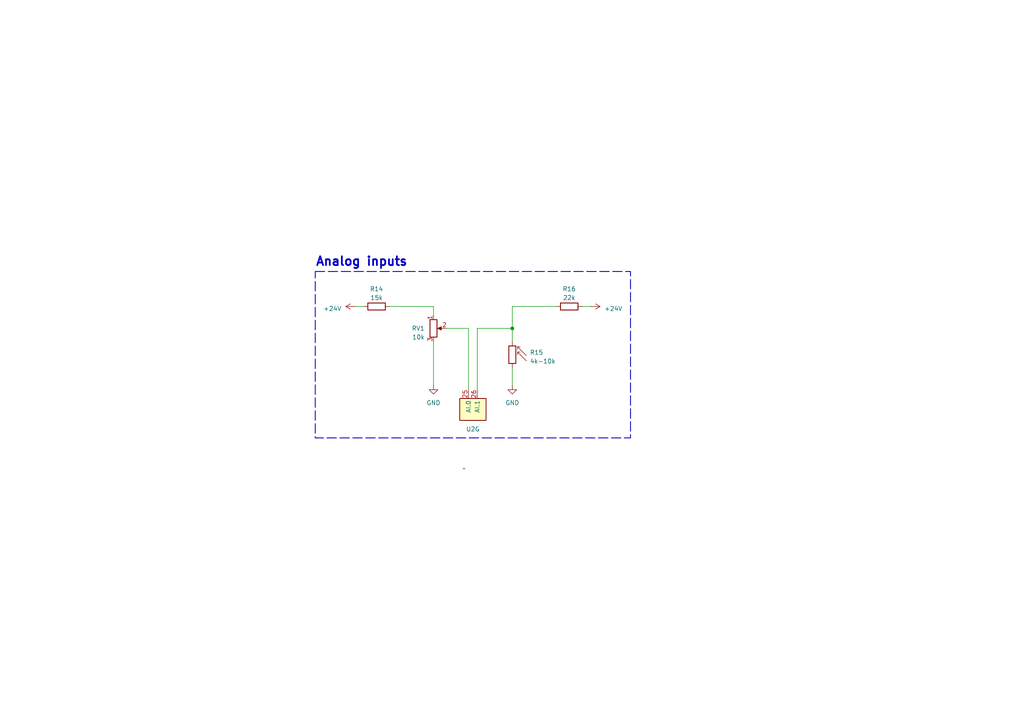
<source format=kicad_sch>
(kicad_sch
	(version 20231120)
	(generator "eeschema")
	(generator_version "8.0")
	(uuid "d37f93c2-2728-448f-8f70-de1d87ab4b93")
	(paper "A4")
	(title_block
		(title "PLC Shield")
		(date "2023-12-25")
		(rev "1")
	)
	(lib_symbols
		(symbol "Device:R"
			(pin_numbers hide)
			(pin_names
				(offset 0)
			)
			(exclude_from_sim no)
			(in_bom yes)
			(on_board yes)
			(property "Reference" "R"
				(at 2.032 0 90)
				(effects
					(font
						(size 1.27 1.27)
					)
				)
			)
			(property "Value" "R"
				(at 0 0 90)
				(effects
					(font
						(size 1.27 1.27)
					)
				)
			)
			(property "Footprint" ""
				(at -1.778 0 90)
				(effects
					(font
						(size 1.27 1.27)
					)
					(hide yes)
				)
			)
			(property "Datasheet" "~"
				(at 0 0 0)
				(effects
					(font
						(size 1.27 1.27)
					)
					(hide yes)
				)
			)
			(property "Description" "Resistor"
				(at 0 0 0)
				(effects
					(font
						(size 1.27 1.27)
					)
					(hide yes)
				)
			)
			(property "ki_keywords" "R res resistor"
				(at 0 0 0)
				(effects
					(font
						(size 1.27 1.27)
					)
					(hide yes)
				)
			)
			(property "ki_fp_filters" "R_*"
				(at 0 0 0)
				(effects
					(font
						(size 1.27 1.27)
					)
					(hide yes)
				)
			)
			(symbol "R_0_1"
				(rectangle
					(start -1.016 -2.54)
					(end 1.016 2.54)
					(stroke
						(width 0.254)
						(type default)
					)
					(fill
						(type none)
					)
				)
			)
			(symbol "R_1_1"
				(pin passive line
					(at 0 3.81 270)
					(length 1.27)
					(name "~"
						(effects
							(font
								(size 1.27 1.27)
							)
						)
					)
					(number "1"
						(effects
							(font
								(size 1.27 1.27)
							)
						)
					)
				)
				(pin passive line
					(at 0 -3.81 90)
					(length 1.27)
					(name "~"
						(effects
							(font
								(size 1.27 1.27)
							)
						)
					)
					(number "2"
						(effects
							(font
								(size 1.27 1.27)
							)
						)
					)
				)
			)
		)
		(symbol "Device:R_Photo"
			(pin_numbers hide)
			(pin_names
				(offset 0)
			)
			(exclude_from_sim no)
			(in_bom yes)
			(on_board yes)
			(property "Reference" "R"
				(at 1.27 1.27 0)
				(effects
					(font
						(size 1.27 1.27)
					)
					(justify left)
				)
			)
			(property "Value" "R_Photo"
				(at 1.27 0 0)
				(effects
					(font
						(size 1.27 1.27)
					)
					(justify left top)
				)
			)
			(property "Footprint" ""
				(at 1.27 -6.35 90)
				(effects
					(font
						(size 1.27 1.27)
					)
					(justify left)
					(hide yes)
				)
			)
			(property "Datasheet" "~"
				(at 0 -1.27 0)
				(effects
					(font
						(size 1.27 1.27)
					)
					(hide yes)
				)
			)
			(property "Description" "Photoresistor"
				(at 0 0 0)
				(effects
					(font
						(size 1.27 1.27)
					)
					(hide yes)
				)
			)
			(property "ki_keywords" "resistor variable light sensitive opto LDR"
				(at 0 0 0)
				(effects
					(font
						(size 1.27 1.27)
					)
					(hide yes)
				)
			)
			(property "ki_fp_filters" "*LDR* R?LDR*"
				(at 0 0 0)
				(effects
					(font
						(size 1.27 1.27)
					)
					(hide yes)
				)
			)
			(symbol "R_Photo_0_1"
				(rectangle
					(start -1.016 2.54)
					(end 1.016 -2.54)
					(stroke
						(width 0.254)
						(type default)
					)
					(fill
						(type none)
					)
				)
				(polyline
					(pts
						(xy -1.524 -2.286) (xy -4.064 0.254)
					)
					(stroke
						(width 0)
						(type default)
					)
					(fill
						(type none)
					)
				)
				(polyline
					(pts
						(xy -1.524 -2.286) (xy -2.286 -2.286)
					)
					(stroke
						(width 0)
						(type default)
					)
					(fill
						(type none)
					)
				)
				(polyline
					(pts
						(xy -1.524 -2.286) (xy -1.524 -1.524)
					)
					(stroke
						(width 0)
						(type default)
					)
					(fill
						(type none)
					)
				)
				(polyline
					(pts
						(xy -1.524 -0.762) (xy -4.064 1.778)
					)
					(stroke
						(width 0)
						(type default)
					)
					(fill
						(type none)
					)
				)
				(polyline
					(pts
						(xy -1.524 -0.762) (xy -2.286 -0.762)
					)
					(stroke
						(width 0)
						(type default)
					)
					(fill
						(type none)
					)
				)
				(polyline
					(pts
						(xy -1.524 -0.762) (xy -1.524 0)
					)
					(stroke
						(width 0)
						(type default)
					)
					(fill
						(type none)
					)
				)
			)
			(symbol "R_Photo_1_1"
				(pin passive line
					(at 0 3.81 270)
					(length 1.27)
					(name "~"
						(effects
							(font
								(size 1.27 1.27)
							)
						)
					)
					(number "1"
						(effects
							(font
								(size 1.27 1.27)
							)
						)
					)
				)
				(pin passive line
					(at 0 -3.81 90)
					(length 1.27)
					(name "~"
						(effects
							(font
								(size 1.27 1.27)
							)
						)
					)
					(number "2"
						(effects
							(font
								(size 1.27 1.27)
							)
						)
					)
				)
			)
		)
		(symbol "Device:R_Potentiometer"
			(pin_names
				(offset 1.016) hide)
			(exclude_from_sim no)
			(in_bom yes)
			(on_board yes)
			(property "Reference" "RV"
				(at -4.445 0 90)
				(effects
					(font
						(size 1.27 1.27)
					)
				)
			)
			(property "Value" "R_Potentiometer"
				(at -2.54 0 90)
				(effects
					(font
						(size 1.27 1.27)
					)
				)
			)
			(property "Footprint" ""
				(at 0 0 0)
				(effects
					(font
						(size 1.27 1.27)
					)
					(hide yes)
				)
			)
			(property "Datasheet" "~"
				(at 0 0 0)
				(effects
					(font
						(size 1.27 1.27)
					)
					(hide yes)
				)
			)
			(property "Description" "Potentiometer"
				(at 0 0 0)
				(effects
					(font
						(size 1.27 1.27)
					)
					(hide yes)
				)
			)
			(property "ki_keywords" "resistor variable"
				(at 0 0 0)
				(effects
					(font
						(size 1.27 1.27)
					)
					(hide yes)
				)
			)
			(property "ki_fp_filters" "Potentiometer*"
				(at 0 0 0)
				(effects
					(font
						(size 1.27 1.27)
					)
					(hide yes)
				)
			)
			(symbol "R_Potentiometer_0_1"
				(polyline
					(pts
						(xy 2.54 0) (xy 1.524 0)
					)
					(stroke
						(width 0)
						(type default)
					)
					(fill
						(type none)
					)
				)
				(polyline
					(pts
						(xy 1.143 0) (xy 2.286 0.508) (xy 2.286 -0.508) (xy 1.143 0)
					)
					(stroke
						(width 0)
						(type default)
					)
					(fill
						(type outline)
					)
				)
				(rectangle
					(start 1.016 2.54)
					(end -1.016 -2.54)
					(stroke
						(width 0.254)
						(type default)
					)
					(fill
						(type none)
					)
				)
			)
			(symbol "R_Potentiometer_1_1"
				(pin passive line
					(at 0 3.81 270)
					(length 1.27)
					(name "1"
						(effects
							(font
								(size 1.27 1.27)
							)
						)
					)
					(number "1"
						(effects
							(font
								(size 1.27 1.27)
							)
						)
					)
				)
				(pin passive line
					(at 3.81 0 180)
					(length 1.27)
					(name "2"
						(effects
							(font
								(size 1.27 1.27)
							)
						)
					)
					(number "2"
						(effects
							(font
								(size 1.27 1.27)
							)
						)
					)
				)
				(pin passive line
					(at 0 -3.81 90)
					(length 1.27)
					(name "3"
						(effects
							(font
								(size 1.27 1.27)
							)
						)
					)
					(number "3"
						(effects
							(font
								(size 1.27 1.27)
							)
						)
					)
				)
			)
		)
		(symbol "PLC-1200:S7-1200"
			(exclude_from_sim no)
			(in_bom yes)
			(on_board yes)
			(property "Reference" "U"
				(at 11.43 0 0)
				(effects
					(font
						(size 1.27 1.27)
					)
				)
			)
			(property "Value" ""
				(at 3.81 -1.905 90)
				(effects
					(font
						(size 1.27 1.27)
					)
				)
			)
			(property "Footprint" ""
				(at 3.81 -1.905 90)
				(effects
					(font
						(size 1.27 1.27)
					)
					(hide yes)
				)
			)
			(property "Datasheet" ""
				(at 3.81 -1.905 90)
				(effects
					(font
						(size 1.27 1.27)
					)
					(hide yes)
				)
			)
			(property "Description" ""
				(at 0 0 0)
				(effects
					(font
						(size 1.27 1.27)
					)
					(hide yes)
				)
			)
			(property "ki_locked" ""
				(at 0 0 0)
				(effects
					(font
						(size 1.27 1.27)
					)
				)
			)
			(symbol "S7-1200_1_1"
				(rectangle
					(start -5.08 5.08)
					(end 5.08 -5.08)
					(stroke
						(width 0.254)
						(type default)
					)
					(fill
						(type background)
					)
				)
				(polyline
					(pts
						(xy -4.318 -1.778) (xy -2.794 -1.778)
					)
					(stroke
						(width 0)
						(type default)
					)
					(fill
						(type none)
					)
				)
				(polyline
					(pts
						(xy -4.064 -2.032) (xy -3.048 -2.032)
					)
					(stroke
						(width 0)
						(type default)
					)
					(fill
						(type none)
					)
				)
				(polyline
					(pts
						(xy -3.81 -2.286) (xy -3.302 -2.286)
					)
					(stroke
						(width 0)
						(type default)
					)
					(fill
						(type none)
					)
				)
				(polyline
					(pts
						(xy -3.556 -1.27) (xy -3.556 -1.778)
					)
					(stroke
						(width 0)
						(type default)
					)
					(fill
						(type none)
					)
				)
				(text "IN"
					(at 0 -0.635 900)
					(effects
						(font
							(size 1.27 1.27)
						)
					)
				)
				(text "OUT"
					(at 2.54 -0.635 900)
					(effects
						(font
							(size 1.27 1.27)
						)
					)
				)
				(pin power_in line
					(at 0 7.62 270)
					(length 2.54)
					(name "L+"
						(effects
							(font
								(size 1.27 1.27)
							)
						)
					)
					(number "1"
						(effects
							(font
								(size 1.27 1.27)
							)
						)
					)
				)
				(pin power_in line
					(at 0 -7.62 90)
					(length 2.54)
					(name "M"
						(effects
							(font
								(size 1.27 1.27)
							)
						)
					)
					(number "2"
						(effects
							(font
								(size 1.27 1.27)
							)
						)
					)
				)
				(pin power_in line
					(at -7.62 0 0)
					(length 2.54)
					(name "PE"
						(effects
							(font
								(size 1.27 1.27)
							)
						)
					)
					(number "3"
						(effects
							(font
								(size 1.27 1.27)
							)
						)
					)
				)
				(pin power_out line
					(at 2.54 7.62 270)
					(length 2.54)
					(name "L+"
						(effects
							(font
								(size 1.27 1.27)
							)
						)
					)
					(number "4"
						(effects
							(font
								(size 1.27 1.27)
							)
						)
					)
				)
				(pin power_out line
					(at 2.54 -7.62 90)
					(length 2.54)
					(name "M"
						(effects
							(font
								(size 1.27 1.27)
							)
						)
					)
					(number "5"
						(effects
							(font
								(size 1.27 1.27)
							)
						)
					)
				)
			)
			(symbol "S7-1200_2_1"
				(rectangle
					(start -5.08 6.35)
					(end 6.35 -6.35)
					(stroke
						(width 0.254)
						(type default)
					)
					(fill
						(type background)
					)
				)
				(text "AI"
					(at 0 -1.27 0)
					(effects
						(font
							(size 1.27 1.27)
						)
					)
				)
				(text "AQ"
					(at 0 1.27 0)
					(effects
						(font
							(size 1.27 1.27)
						)
					)
				)
				(text "DI"
					(at 0 3.81 0)
					(effects
						(font
							(size 1.27 1.27)
						)
					)
				)
				(text "DQ"
					(at 0 -3.81 0)
					(effects
						(font
							(size 1.27 1.27)
						)
					)
				)
				(pin power_in line
					(at -7.62 1.27 0)
					(length 2.54)
					(name "2M"
						(effects
							(font
								(size 1.27 1.27)
							)
						)
					)
					(number "21"
						(effects
							(font
								(size 1.27 1.27)
							)
						)
					)
				)
				(pin power_in line
					(at -7.62 -1.27 0)
					(length 2.54)
					(name "3M"
						(effects
							(font
								(size 1.27 1.27)
							)
						)
					)
					(number "24"
						(effects
							(font
								(size 1.27 1.27)
							)
						)
					)
				)
				(pin power_in line
					(at -7.62 -3.81 0)
					(length 2.54)
					(name "4M"
						(effects
							(font
								(size 1.27 1.27)
							)
						)
					)
					(number "37"
						(effects
							(font
								(size 1.27 1.27)
							)
						)
					)
				)
				(pin power_in line
					(at 8.89 -3.81 180)
					(length 2.54)
					(name "4L+"
						(effects
							(font
								(size 1.27 1.27)
							)
						)
					)
					(number "38"
						(effects
							(font
								(size 1.27 1.27)
							)
						)
					)
				)
				(pin power_in line
					(at -7.62 3.81 0)
					(length 2.54)
					(name "1M"
						(effects
							(font
								(size 1.27 1.27)
							)
						)
					)
					(number "6"
						(effects
							(font
								(size 1.27 1.27)
							)
						)
					)
				)
			)
			(symbol "S7-1200_3_1"
				(rectangle
					(start -2.54 11.43)
					(end 3.81 -11.43)
					(stroke
						(width 0.254)
						(type default)
					)
					(fill
						(type background)
					)
				)
				(pin input line
					(at -5.08 -1.27 0)
					(length 2.54)
					(name "a.3"
						(effects
							(font
								(size 1.27 1.27)
							)
						)
					)
					(number "10"
						(effects
							(font
								(size 1.27 1.27)
							)
						)
					)
				)
				(pin input line
					(at -5.08 1.27 0)
					(length 2.54)
					(name "a.4"
						(effects
							(font
								(size 1.27 1.27)
							)
						)
					)
					(number "11"
						(effects
							(font
								(size 1.27 1.27)
							)
						)
					)
				)
				(pin input line
					(at -5.08 3.81 0)
					(length 2.54)
					(name "a.5"
						(effects
							(font
								(size 1.27 1.27)
							)
						)
					)
					(number "12"
						(effects
							(font
								(size 1.27 1.27)
							)
						)
					)
				)
				(pin input line
					(at -5.08 6.35 0)
					(length 2.54)
					(name "a.6"
						(effects
							(font
								(size 1.27 1.27)
							)
						)
					)
					(number "13"
						(effects
							(font
								(size 1.27 1.27)
							)
						)
					)
				)
				(pin input line
					(at -5.08 8.89 0)
					(length 2.54)
					(name "a.7"
						(effects
							(font
								(size 1.27 1.27)
							)
						)
					)
					(number "14"
						(effects
							(font
								(size 1.27 1.27)
							)
						)
					)
				)
				(pin input line
					(at -5.08 -8.89 0)
					(length 2.54)
					(name "a.0"
						(effects
							(font
								(size 1.27 1.27)
							)
						)
					)
					(number "7"
						(effects
							(font
								(size 1.27 1.27)
							)
						)
					)
				)
				(pin input line
					(at -5.08 -6.35 0)
					(length 2.54)
					(name "a.1"
						(effects
							(font
								(size 1.27 1.27)
							)
						)
					)
					(number "8"
						(effects
							(font
								(size 1.27 1.27)
							)
						)
					)
				)
				(pin input line
					(at -5.08 -3.81 0)
					(length 2.54)
					(name "a.2"
						(effects
							(font
								(size 1.27 1.27)
							)
						)
					)
					(number "9"
						(effects
							(font
								(size 1.27 1.27)
							)
						)
					)
				)
			)
			(symbol "S7-1200_4_1"
				(rectangle
					(start -2.54 8.89)
					(end 3.81 -8.89)
					(stroke
						(width 0.254)
						(type default)
					)
					(fill
						(type background)
					)
				)
				(pin input line
					(at -5.08 -6.35 0)
					(length 2.54)
					(name "b.0"
						(effects
							(font
								(size 1.27 1.27)
							)
						)
					)
					(number "15"
						(effects
							(font
								(size 1.27 1.27)
							)
						)
					)
				)
				(pin input line
					(at -5.08 -3.81 0)
					(length 2.54)
					(name "b.1"
						(effects
							(font
								(size 1.27 1.27)
							)
						)
					)
					(number "16"
						(effects
							(font
								(size 1.27 1.27)
							)
						)
					)
				)
				(pin input line
					(at -5.08 -1.27 0)
					(length 2.54)
					(name "b.2"
						(effects
							(font
								(size 1.27 1.27)
							)
						)
					)
					(number "17"
						(effects
							(font
								(size 1.27 1.27)
							)
						)
					)
				)
				(pin input line
					(at -5.08 1.27 0)
					(length 2.54)
					(name "b.3"
						(effects
							(font
								(size 1.27 1.27)
							)
						)
					)
					(number "18"
						(effects
							(font
								(size 1.27 1.27)
							)
						)
					)
				)
				(pin input line
					(at -5.08 3.81 0)
					(length 2.54)
					(name "b.4"
						(effects
							(font
								(size 1.27 1.27)
							)
						)
					)
					(number "19"
						(effects
							(font
								(size 1.27 1.27)
							)
						)
					)
				)
				(pin input line
					(at -5.08 6.35 0)
					(length 2.54)
					(name "b.5"
						(effects
							(font
								(size 1.27 1.27)
							)
						)
					)
					(number "20"
						(effects
							(font
								(size 1.27 1.27)
							)
						)
					)
				)
			)
			(symbol "S7-1200_5_1"
				(rectangle
					(start -2.54 11.43)
					(end 3.81 -11.43)
					(stroke
						(width 0.254)
						(type default)
					)
					(fill
						(type background)
					)
				)
				(pin output line
					(at -5.08 -8.89 0)
					(length 2.54)
					(name "a.7"
						(effects
							(font
								(size 1.27 1.27)
							)
						)
					)
					(number "29"
						(effects
							(font
								(size 1.27 1.27)
							)
						)
					)
				)
				(pin output line
					(at -5.08 -6.35 0)
					(length 2.54)
					(name "a.6"
						(effects
							(font
								(size 1.27 1.27)
							)
						)
					)
					(number "30"
						(effects
							(font
								(size 1.27 1.27)
							)
						)
					)
				)
				(pin output line
					(at -5.08 -3.81 0)
					(length 2.54)
					(name "a.5"
						(effects
							(font
								(size 1.27 1.27)
							)
						)
					)
					(number "31"
						(effects
							(font
								(size 1.27 1.27)
							)
						)
					)
				)
				(pin output line
					(at -5.08 -1.27 0)
					(length 2.54)
					(name "a.4"
						(effects
							(font
								(size 1.27 1.27)
							)
						)
					)
					(number "32"
						(effects
							(font
								(size 1.27 1.27)
							)
						)
					)
				)
				(pin output line
					(at -5.08 1.27 0)
					(length 2.54)
					(name "a.3"
						(effects
							(font
								(size 1.27 1.27)
							)
						)
					)
					(number "33"
						(effects
							(font
								(size 1.27 1.27)
							)
						)
					)
				)
				(pin output line
					(at -5.08 3.81 0)
					(length 2.54)
					(name "a.2"
						(effects
							(font
								(size 1.27 1.27)
							)
						)
					)
					(number "34"
						(effects
							(font
								(size 1.27 1.27)
							)
						)
					)
				)
				(pin output line
					(at -5.08 6.35 0)
					(length 2.54)
					(name "a.1"
						(effects
							(font
								(size 1.27 1.27)
							)
						)
					)
					(number "35"
						(effects
							(font
								(size 1.27 1.27)
							)
						)
					)
				)
				(pin output line
					(at -5.08 8.89 0)
					(length 2.54)
					(name "a.0"
						(effects
							(font
								(size 1.27 1.27)
							)
						)
					)
					(number "36"
						(effects
							(font
								(size 1.27 1.27)
							)
						)
					)
				)
			)
			(symbol "S7-1200_6_1"
				(rectangle
					(start -2.54 3.81)
					(end 3.81 -3.81)
					(stroke
						(width 0.254)
						(type default)
					)
					(fill
						(type background)
					)
				)
				(pin output line
					(at -5.08 -1.27 0)
					(length 2.54)
					(name "b.1"
						(effects
							(font
								(size 1.27 1.27)
							)
						)
					)
					(number "27"
						(effects
							(font
								(size 1.27 1.27)
							)
						)
					)
				)
				(pin output line
					(at -5.08 1.27 0)
					(length 2.54)
					(name "b.0"
						(effects
							(font
								(size 1.27 1.27)
							)
						)
					)
					(number "28"
						(effects
							(font
								(size 1.27 1.27)
							)
						)
					)
				)
			)
			(symbol "S7-1200_7_1"
				(rectangle
					(start -2.54 3.81)
					(end 3.81 -3.81)
					(stroke
						(width 0.254)
						(type default)
					)
					(fill
						(type background)
					)
				)
				(pin input line
					(at -5.08 -1.27 0)
					(length 2.54)
					(name "AI.0"
						(effects
							(font
								(size 1.27 1.27)
							)
						)
					)
					(number "25"
						(effects
							(font
								(size 1.27 1.27)
							)
						)
					)
				)
				(pin input line
					(at -5.08 1.27 0)
					(length 2.54)
					(name "AI.1"
						(effects
							(font
								(size 1.27 1.27)
							)
						)
					)
					(number "26"
						(effects
							(font
								(size 1.27 1.27)
							)
						)
					)
				)
			)
			(symbol "S7-1200_8_1"
				(rectangle
					(start -2.54 3.81)
					(end 3.81 -3.81)
					(stroke
						(width 0.254)
						(type default)
					)
					(fill
						(type background)
					)
				)
				(pin output line
					(at -5.08 1.27 0)
					(length 2.54)
					(name "AQ.0"
						(effects
							(font
								(size 1.27 1.27)
							)
						)
					)
					(number "22"
						(effects
							(font
								(size 1.27 1.27)
							)
						)
					)
				)
				(pin output line
					(at -5.08 -1.27 0)
					(length 2.54)
					(name "AQ.1"
						(effects
							(font
								(size 1.27 1.27)
							)
						)
					)
					(number "23"
						(effects
							(font
								(size 1.27 1.27)
							)
						)
					)
				)
			)
		)
		(symbol "power:+24V"
			(power)
			(pin_numbers hide)
			(pin_names
				(offset 0) hide)
			(exclude_from_sim no)
			(in_bom yes)
			(on_board yes)
			(property "Reference" "#PWR"
				(at 0 -3.81 0)
				(effects
					(font
						(size 1.27 1.27)
					)
					(hide yes)
				)
			)
			(property "Value" "+24V"
				(at 0 3.556 0)
				(effects
					(font
						(size 1.27 1.27)
					)
				)
			)
			(property "Footprint" ""
				(at 0 0 0)
				(effects
					(font
						(size 1.27 1.27)
					)
					(hide yes)
				)
			)
			(property "Datasheet" ""
				(at 0 0 0)
				(effects
					(font
						(size 1.27 1.27)
					)
					(hide yes)
				)
			)
			(property "Description" "Power symbol creates a global label with name \"+24V\""
				(at 0 0 0)
				(effects
					(font
						(size 1.27 1.27)
					)
					(hide yes)
				)
			)
			(property "ki_keywords" "global power"
				(at 0 0 0)
				(effects
					(font
						(size 1.27 1.27)
					)
					(hide yes)
				)
			)
			(symbol "+24V_0_1"
				(polyline
					(pts
						(xy -0.762 1.27) (xy 0 2.54)
					)
					(stroke
						(width 0)
						(type default)
					)
					(fill
						(type none)
					)
				)
				(polyline
					(pts
						(xy 0 0) (xy 0 2.54)
					)
					(stroke
						(width 0)
						(type default)
					)
					(fill
						(type none)
					)
				)
				(polyline
					(pts
						(xy 0 2.54) (xy 0.762 1.27)
					)
					(stroke
						(width 0)
						(type default)
					)
					(fill
						(type none)
					)
				)
			)
			(symbol "+24V_1_1"
				(pin power_in line
					(at 0 0 90)
					(length 0)
					(name "~"
						(effects
							(font
								(size 1.27 1.27)
							)
						)
					)
					(number "1"
						(effects
							(font
								(size 1.27 1.27)
							)
						)
					)
				)
			)
		)
		(symbol "power:GND"
			(power)
			(pin_numbers hide)
			(pin_names
				(offset 0) hide)
			(exclude_from_sim no)
			(in_bom yes)
			(on_board yes)
			(property "Reference" "#PWR"
				(at 0 -6.35 0)
				(effects
					(font
						(size 1.27 1.27)
					)
					(hide yes)
				)
			)
			(property "Value" "GND"
				(at 0 -3.81 0)
				(effects
					(font
						(size 1.27 1.27)
					)
				)
			)
			(property "Footprint" ""
				(at 0 0 0)
				(effects
					(font
						(size 1.27 1.27)
					)
					(hide yes)
				)
			)
			(property "Datasheet" ""
				(at 0 0 0)
				(effects
					(font
						(size 1.27 1.27)
					)
					(hide yes)
				)
			)
			(property "Description" "Power symbol creates a global label with name \"GND\" , ground"
				(at 0 0 0)
				(effects
					(font
						(size 1.27 1.27)
					)
					(hide yes)
				)
			)
			(property "ki_keywords" "global power"
				(at 0 0 0)
				(effects
					(font
						(size 1.27 1.27)
					)
					(hide yes)
				)
			)
			(symbol "GND_0_1"
				(polyline
					(pts
						(xy 0 0) (xy 0 -1.27) (xy 1.27 -1.27) (xy 0 -2.54) (xy -1.27 -1.27) (xy 0 -1.27)
					)
					(stroke
						(width 0)
						(type default)
					)
					(fill
						(type none)
					)
				)
			)
			(symbol "GND_1_1"
				(pin power_in line
					(at 0 0 270)
					(length 0)
					(name "~"
						(effects
							(font
								(size 1.27 1.27)
							)
						)
					)
					(number "1"
						(effects
							(font
								(size 1.27 1.27)
							)
						)
					)
				)
			)
		)
	)
	(junction
		(at 148.59 95.25)
		(diameter 0)
		(color 0 0 0 0)
		(uuid "d30b8547-c1ce-4099-a48e-6567d6057d72")
	)
	(wire
		(pts
			(xy 135.89 95.25) (xy 135.89 113.03)
		)
		(stroke
			(width 0)
			(type default)
		)
		(uuid "135f90e2-3be5-4716-8dd9-a0f95f6803a5")
	)
	(wire
		(pts
			(xy 102.87 88.9) (xy 105.41 88.9)
		)
		(stroke
			(width 0)
			(type default)
		)
		(uuid "4f602800-cc51-403e-89c7-4f30e75fc514")
	)
	(wire
		(pts
			(xy 148.59 88.9) (xy 148.59 95.25)
		)
		(stroke
			(width 0)
			(type default)
		)
		(uuid "4f89349f-ab0c-449a-b4b6-2f8fab67530c")
	)
	(wire
		(pts
			(xy 138.43 95.25) (xy 148.59 95.25)
		)
		(stroke
			(width 0)
			(type default)
		)
		(uuid "5c87bb9b-6a38-42b3-bc48-a0207e5f0e3f")
	)
	(wire
		(pts
			(xy 138.43 95.25) (xy 138.43 113.03)
		)
		(stroke
			(width 0)
			(type default)
		)
		(uuid "613e1a95-feec-4348-8410-6bec16492a5c")
	)
	(wire
		(pts
			(xy 125.73 99.06) (xy 125.73 111.76)
		)
		(stroke
			(width 0)
			(type default)
		)
		(uuid "a9328ca4-05a5-4b45-a8db-036379366107")
	)
	(wire
		(pts
			(xy 113.03 88.9) (xy 125.73 88.9)
		)
		(stroke
			(width 0)
			(type default)
		)
		(uuid "b1e081ce-bd5e-43ff-a505-42de9bbc8e36")
	)
	(wire
		(pts
			(xy 148.59 106.68) (xy 148.59 111.76)
		)
		(stroke
			(width 0)
			(type default)
		)
		(uuid "b5b456c2-fc79-4fcf-9413-b1d8300be9ca")
	)
	(wire
		(pts
			(xy 171.45 88.9) (xy 168.91 88.9)
		)
		(stroke
			(width 0)
			(type default)
		)
		(uuid "c044a2e7-c391-4505-8fb5-bfc6ac8b6c90")
	)
	(wire
		(pts
			(xy 125.73 88.9) (xy 125.73 91.44)
		)
		(stroke
			(width 0)
			(type default)
		)
		(uuid "cc19c260-68cd-4d48-a83e-a1cead0abf83")
	)
	(wire
		(pts
			(xy 148.59 95.25) (xy 148.59 99.06)
		)
		(stroke
			(width 0)
			(type default)
		)
		(uuid "d08ae459-cbf2-489c-b538-906b5a17902c")
	)
	(wire
		(pts
			(xy 129.54 95.25) (xy 135.89 95.25)
		)
		(stroke
			(width 0)
			(type default)
		)
		(uuid "e42b9388-acb1-4822-b769-f9807148504d")
	)
	(wire
		(pts
			(xy 161.29 88.9) (xy 148.59 88.9)
		)
		(stroke
			(width 0)
			(type default)
		)
		(uuid "ef1a7944-1f25-4ed8-bf5f-5710f901804f")
	)
	(rectangle
		(start 91.44 78.74)
		(end 182.88 127)
		(stroke
			(width 0.25)
			(type dash)
		)
		(fill
			(type none)
		)
		(uuid 7aeb6c4a-e974-4945-b84e-bf6e29f0c2ef)
	)
	(text "Analog inputs"
		(exclude_from_sim no)
		(at 91.44 77.47 0)
		(effects
			(font
				(size 2.54 2.54)
				(thickness 0.508)
				(bold yes)
			)
			(justify left bottom)
		)
		(uuid "d5e377bc-c56d-4af5-93b6-3c34db2aed05")
	)
	(symbol
		(lib_id "Device:R")
		(at 109.22 88.9 90)
		(unit 1)
		(exclude_from_sim no)
		(in_bom yes)
		(on_board yes)
		(dnp no)
		(uuid "15336b6f-3d1b-4e94-bbc8-a85537d20454")
		(property "Reference" "R14"
			(at 109.22 83.82 90)
			(effects
				(font
					(size 1.27 1.27)
				)
			)
		)
		(property "Value" "15k"
			(at 109.22 86.36 90)
			(effects
				(font
					(size 1.27 1.27)
				)
			)
		)
		(property "Footprint" "Resistor_SMD:R_2010_5025Metric_Pad1.40x2.65mm_HandSolder"
			(at 109.22 90.678 90)
			(effects
				(font
					(size 1.27 1.27)
				)
				(hide yes)
			)
		)
		(property "Datasheet" "~"
			(at 109.22 88.9 0)
			(effects
				(font
					(size 1.27 1.27)
				)
				(hide yes)
			)
		)
		(property "Description" "Resistor"
			(at 109.22 88.9 0)
			(effects
				(font
					(size 1.27 1.27)
				)
				(hide yes)
			)
		)
		(pin "1"
			(uuid "2defec51-7223-4f5f-b3d7-12874f0e6c38")
		)
		(pin "2"
			(uuid "9ba1a7a7-2062-40e7-ae57-f411eea7216f")
		)
		(instances
			(project "PLC_shield"
				(path "/654dc320-becd-45e3-b37d-e6a5891dd004/25f59e80-ddd1-4179-8481-a025c0d14b03"
					(reference "R14")
					(unit 1)
				)
			)
		)
	)
	(symbol
		(lib_id "power:GND")
		(at 125.73 111.76 0)
		(unit 1)
		(exclude_from_sim no)
		(in_bom yes)
		(on_board yes)
		(dnp no)
		(fields_autoplaced yes)
		(uuid "17d16736-3db1-4cfa-a9c6-329ff96ac70c")
		(property "Reference" "#PWR035"
			(at 125.73 118.11 0)
			(effects
				(font
					(size 1.27 1.27)
				)
				(hide yes)
			)
		)
		(property "Value" "GND"
			(at 125.73 116.84 0)
			(effects
				(font
					(size 1.27 1.27)
				)
			)
		)
		(property "Footprint" ""
			(at 125.73 111.76 0)
			(effects
				(font
					(size 1.27 1.27)
				)
				(hide yes)
			)
		)
		(property "Datasheet" ""
			(at 125.73 111.76 0)
			(effects
				(font
					(size 1.27 1.27)
				)
				(hide yes)
			)
		)
		(property "Description" "Power symbol creates a global label with name \"GND\" , ground"
			(at 125.73 111.76 0)
			(effects
				(font
					(size 1.27 1.27)
				)
				(hide yes)
			)
		)
		(pin "1"
			(uuid "9d017586-d1a7-4810-8bce-5401c1b11933")
		)
		(instances
			(project "PLC_shield"
				(path "/654dc320-becd-45e3-b37d-e6a5891dd004/25f59e80-ddd1-4179-8481-a025c0d14b03"
					(reference "#PWR035")
					(unit 1)
				)
			)
		)
	)
	(symbol
		(lib_id "Device:R")
		(at 165.1 88.9 90)
		(mirror x)
		(unit 1)
		(exclude_from_sim no)
		(in_bom yes)
		(on_board yes)
		(dnp no)
		(uuid "4534da55-8407-469b-8a1b-52c8923f9f85")
		(property "Reference" "R16"
			(at 165.1 83.82 90)
			(effects
				(font
					(size 1.27 1.27)
				)
			)
		)
		(property "Value" "22k"
			(at 165.1 86.36 90)
			(effects
				(font
					(size 1.27 1.27)
				)
			)
		)
		(property "Footprint" "Resistor_SMD:R_2010_5025Metric_Pad1.40x2.65mm_HandSolder"
			(at 165.1 87.122 90)
			(effects
				(font
					(size 1.27 1.27)
				)
				(hide yes)
			)
		)
		(property "Datasheet" "~"
			(at 165.1 88.9 0)
			(effects
				(font
					(size 1.27 1.27)
				)
				(hide yes)
			)
		)
		(property "Description" "Resistor"
			(at 165.1 88.9 0)
			(effects
				(font
					(size 1.27 1.27)
				)
				(hide yes)
			)
		)
		(pin "1"
			(uuid "fd3e8a6c-72ce-45e6-9542-55dcd26d0af7")
		)
		(pin "2"
			(uuid "26685c57-1016-45ec-a7ab-12859fe398f1")
		)
		(instances
			(project "PLC_shield"
				(path "/654dc320-becd-45e3-b37d-e6a5891dd004/25f59e80-ddd1-4179-8481-a025c0d14b03"
					(reference "R16")
					(unit 1)
				)
			)
		)
	)
	(symbol
		(lib_id "PLC-1200:S7-1200")
		(at 137.16 118.11 270)
		(unit 7)
		(exclude_from_sim no)
		(in_bom yes)
		(on_board yes)
		(dnp no)
		(uuid "56b7c42d-5c27-441e-9375-85ad945f9772")
		(property "Reference" "U2"
			(at 137.16 124.46 90)
			(effects
				(font
					(size 1.27 1.27)
				)
			)
		)
		(property "Value" "~"
			(at 134.62 135.89 90)
			(effects
				(font
					(size 1.27 1.27)
				)
			)
		)
		(property "Footprint" "PLC-1200:1215C"
			(at 128.905 118.11 90)
			(effects
				(font
					(size 1.27 1.27)
				)
				(hide yes)
			)
		)
		(property "Datasheet" ""
			(at 128.905 118.11 90)
			(effects
				(font
					(size 1.27 1.27)
				)
				(hide yes)
			)
		)
		(property "Description" ""
			(at 137.16 118.11 0)
			(effects
				(font
					(size 1.27 1.27)
				)
				(hide yes)
			)
		)
		(pin "1"
			(uuid "0e2d98aa-a835-4671-8321-220fef96d036")
		)
		(pin "2"
			(uuid "58f46885-04ff-448f-a509-3bb8ac2caf21")
		)
		(pin "3"
			(uuid "46b7e780-2a40-4a71-ae61-dd61e6c25fc0")
		)
		(pin "4"
			(uuid "a018e42a-cc6e-43a1-8567-c438e6a3f060")
		)
		(pin "5"
			(uuid "ff80d685-836c-4d90-a5b6-86a4949e2785")
		)
		(pin "21"
			(uuid "600a6885-8219-42d7-a03f-373017396a4d")
		)
		(pin "24"
			(uuid "c4cc77bb-1759-4f9c-b921-53d0e7f63357")
		)
		(pin "37"
			(uuid "d5aca29d-3e94-4761-9b94-f39db5678de7")
		)
		(pin "38"
			(uuid "48a86474-2ba8-442a-9081-7f48d76479c3")
		)
		(pin "6"
			(uuid "50f67300-a34c-464c-9c31-a0ce2bd95543")
		)
		(pin "10"
			(uuid "97f18a62-ca24-41f0-931c-aab2a0c19e64")
		)
		(pin "11"
			(uuid "425810ff-d91e-4de1-a4ef-044d16653bd1")
		)
		(pin "12"
			(uuid "dc68cd4b-22b8-4607-a401-e6ad677919b2")
		)
		(pin "13"
			(uuid "26105199-5f8d-4531-a357-2660ed8035b9")
		)
		(pin "14"
			(uuid "dec87ee2-5098-44c0-898f-02baeebfd20f")
		)
		(pin "7"
			(uuid "824714b3-bdf6-40d0-a057-1f513f110011")
		)
		(pin "8"
			(uuid "678cd493-ca59-43db-a617-f673345c2330")
		)
		(pin "9"
			(uuid "4e73e3b8-5024-4c5e-a07b-e671e69d8ac9")
		)
		(pin "15"
			(uuid "8cbf5ff8-5544-4617-ba65-8e36984250ce")
		)
		(pin "16"
			(uuid "d1f9b702-d0ce-49cb-bfdc-c145ec79a6de")
		)
		(pin "17"
			(uuid "8d60e86f-d95c-4806-aa15-5a868ea86efd")
		)
		(pin "18"
			(uuid "bdc35274-ff57-4561-8a6d-ecf503d10b4b")
		)
		(pin "19"
			(uuid "871a8493-e81d-49de-ac6d-7eb2435d8dcf")
		)
		(pin "20"
			(uuid "bdd73b44-5777-44f3-bbd6-674133ca74ea")
		)
		(pin "29"
			(uuid "58269a24-0f06-47b4-bfa1-4e8aa48981b8")
		)
		(pin "30"
			(uuid "a4f0b551-3092-44ca-8a66-c3b42e2b7ce2")
		)
		(pin "31"
			(uuid "de47841b-76a0-473a-aa2b-631e48de7410")
		)
		(pin "32"
			(uuid "96644f07-3e7d-4e16-ba41-c5bafd130bb5")
		)
		(pin "33"
			(uuid "61b689cd-d586-4b8f-9fd4-46c073eae669")
		)
		(pin "34"
			(uuid "4fdf51de-99b3-49f8-84fe-9217b73f4e95")
		)
		(pin "35"
			(uuid "fe402616-ca14-4185-aae9-042f7ca4ed0c")
		)
		(pin "36"
			(uuid "4d13192a-3f96-4ef9-ae56-f8f6565a81e1")
		)
		(pin "27"
			(uuid "febfd82b-b2f1-4091-a8e1-2aa968b09f5e")
		)
		(pin "28"
			(uuid "068bac36-b8ff-4d2f-a029-0ea79017b0b4")
		)
		(pin "25"
			(uuid "1c8b865f-e8ec-4b00-85ab-89d7ccfbc043")
		)
		(pin "26"
			(uuid "4b6db66f-7f2c-44f4-8eb0-c6fac1de0261")
		)
		(pin "22"
			(uuid "93d81e3d-996f-4e95-8351-4aa87dea12f5")
		)
		(pin "23"
			(uuid "21c5f49a-7043-4867-acee-90cb3f0489bb")
		)
		(instances
			(project "PLC_shield"
				(path "/654dc320-becd-45e3-b37d-e6a5891dd004/25f59e80-ddd1-4179-8481-a025c0d14b03"
					(reference "U2")
					(unit 7)
				)
			)
		)
	)
	(symbol
		(lib_id "power:+24V")
		(at 171.45 88.9 270)
		(mirror x)
		(unit 1)
		(exclude_from_sim no)
		(in_bom yes)
		(on_board yes)
		(dnp no)
		(fields_autoplaced yes)
		(uuid "7c5fd2f5-50b2-4494-a471-e18c9676ecd2")
		(property "Reference" "#PWR037"
			(at 167.64 88.9 0)
			(effects
				(font
					(size 1.27 1.27)
				)
				(hide yes)
			)
		)
		(property "Value" "+24V"
			(at 175.26 89.535 90)
			(effects
				(font
					(size 1.27 1.27)
				)
				(justify left)
			)
		)
		(property "Footprint" ""
			(at 171.45 88.9 0)
			(effects
				(font
					(size 1.27 1.27)
				)
				(hide yes)
			)
		)
		(property "Datasheet" ""
			(at 171.45 88.9 0)
			(effects
				(font
					(size 1.27 1.27)
				)
				(hide yes)
			)
		)
		(property "Description" "Power symbol creates a global label with name \"+24V\""
			(at 171.45 88.9 0)
			(effects
				(font
					(size 1.27 1.27)
				)
				(hide yes)
			)
		)
		(pin "1"
			(uuid "841a98b1-cfb0-46b9-8cee-354bd2dd7c70")
		)
		(instances
			(project "PLC_shield"
				(path "/654dc320-becd-45e3-b37d-e6a5891dd004/25f59e80-ddd1-4179-8481-a025c0d14b03"
					(reference "#PWR037")
					(unit 1)
				)
			)
		)
	)
	(symbol
		(lib_id "power:+24V")
		(at 102.87 88.9 90)
		(unit 1)
		(exclude_from_sim no)
		(in_bom yes)
		(on_board yes)
		(dnp no)
		(fields_autoplaced yes)
		(uuid "7e1f5b26-a361-46da-be05-059c509718bf")
		(property "Reference" "#PWR034"
			(at 106.68 88.9 0)
			(effects
				(font
					(size 1.27 1.27)
				)
				(hide yes)
			)
		)
		(property "Value" "+24V"
			(at 99.06 89.535 90)
			(effects
				(font
					(size 1.27 1.27)
				)
				(justify left)
			)
		)
		(property "Footprint" ""
			(at 102.87 88.9 0)
			(effects
				(font
					(size 1.27 1.27)
				)
				(hide yes)
			)
		)
		(property "Datasheet" ""
			(at 102.87 88.9 0)
			(effects
				(font
					(size 1.27 1.27)
				)
				(hide yes)
			)
		)
		(property "Description" "Power symbol creates a global label with name \"+24V\""
			(at 102.87 88.9 0)
			(effects
				(font
					(size 1.27 1.27)
				)
				(hide yes)
			)
		)
		(pin "1"
			(uuid "b683ab92-a5de-4430-adc1-0266d18bb7bb")
		)
		(instances
			(project "PLC_shield"
				(path "/654dc320-becd-45e3-b37d-e6a5891dd004/25f59e80-ddd1-4179-8481-a025c0d14b03"
					(reference "#PWR034")
					(unit 1)
				)
			)
		)
	)
	(symbol
		(lib_id "power:GND")
		(at 148.59 111.76 0)
		(mirror y)
		(unit 1)
		(exclude_from_sim no)
		(in_bom yes)
		(on_board yes)
		(dnp no)
		(fields_autoplaced yes)
		(uuid "90219d22-d81e-4a6d-b31c-0a2e58c31101")
		(property "Reference" "#PWR036"
			(at 148.59 118.11 0)
			(effects
				(font
					(size 1.27 1.27)
				)
				(hide yes)
			)
		)
		(property "Value" "GND"
			(at 148.59 116.84 0)
			(effects
				(font
					(size 1.27 1.27)
				)
			)
		)
		(property "Footprint" ""
			(at 148.59 111.76 0)
			(effects
				(font
					(size 1.27 1.27)
				)
				(hide yes)
			)
		)
		(property "Datasheet" ""
			(at 148.59 111.76 0)
			(effects
				(font
					(size 1.27 1.27)
				)
				(hide yes)
			)
		)
		(property "Description" "Power symbol creates a global label with name \"GND\" , ground"
			(at 148.59 111.76 0)
			(effects
				(font
					(size 1.27 1.27)
				)
				(hide yes)
			)
		)
		(pin "1"
			(uuid "59ae71f9-cc56-4955-b5ce-3a6241677eb8")
		)
		(instances
			(project "PLC_shield"
				(path "/654dc320-becd-45e3-b37d-e6a5891dd004/25f59e80-ddd1-4179-8481-a025c0d14b03"
					(reference "#PWR036")
					(unit 1)
				)
			)
		)
	)
	(symbol
		(lib_id "Device:R_Photo")
		(at 148.59 102.87 180)
		(unit 1)
		(exclude_from_sim no)
		(in_bom yes)
		(on_board yes)
		(dnp no)
		(fields_autoplaced yes)
		(uuid "b2e4f8f7-6e07-4922-8c13-00537ecf5bb2")
		(property "Reference" "R15"
			(at 153.67 102.235 0)
			(effects
				(font
					(size 1.27 1.27)
				)
				(justify right)
			)
		)
		(property "Value" "4k-10k"
			(at 153.67 104.775 0)
			(effects
				(font
					(size 1.27 1.27)
				)
				(justify right)
			)
		)
		(property "Footprint" "OptoDevice:R_LDR_D6.4mm_P3.4mm_Vertical"
			(at 147.32 96.52 90)
			(effects
				(font
					(size 1.27 1.27)
				)
				(justify left)
				(hide yes)
			)
		)
		(property "Datasheet" "~"
			(at 148.59 101.6 0)
			(effects
				(font
					(size 1.27 1.27)
				)
				(hide yes)
			)
		)
		(property "Description" "Photoresistor"
			(at 148.59 102.87 0)
			(effects
				(font
					(size 1.27 1.27)
				)
				(hide yes)
			)
		)
		(pin "1"
			(uuid "e03a43b7-6f25-4e73-8928-edf5328bec64")
		)
		(pin "2"
			(uuid "9168a791-4e5a-4126-94bb-ed05fef6e2ca")
		)
		(instances
			(project "PLC_shield"
				(path "/654dc320-becd-45e3-b37d-e6a5891dd004/25f59e80-ddd1-4179-8481-a025c0d14b03"
					(reference "R15")
					(unit 1)
				)
			)
		)
	)
	(symbol
		(lib_id "Device:R_Potentiometer")
		(at 125.73 95.25 0)
		(unit 1)
		(exclude_from_sim no)
		(in_bom yes)
		(on_board yes)
		(dnp no)
		(uuid "f0ca44d5-4ebd-4af2-b669-e0f09df5bfb4")
		(property "Reference" "RV1"
			(at 123.19 95.25 0)
			(effects
				(font
					(size 1.27 1.27)
				)
				(justify right)
			)
		)
		(property "Value" "10k"
			(at 123.19 97.79 0)
			(effects
				(font
					(size 1.27 1.27)
				)
				(justify right)
			)
		)
		(property "Footprint" "Custom:RK09K1130AV7"
			(at 125.73 95.25 0)
			(effects
				(font
					(size 1.27 1.27)
				)
				(hide yes)
			)
		)
		(property "Datasheet" "~"
			(at 125.73 95.25 0)
			(effects
				(font
					(size 1.27 1.27)
				)
				(hide yes)
			)
		)
		(property "Description" "Potentiometer"
			(at 125.73 95.25 0)
			(effects
				(font
					(size 1.27 1.27)
				)
				(hide yes)
			)
		)
		(pin "1"
			(uuid "c40b6453-5a93-446c-876f-7bba7705ddc2")
		)
		(pin "2"
			(uuid "b440ce70-83f5-4d1f-bbe4-3391891f029f")
		)
		(pin "3"
			(uuid "901cc273-610b-434e-ac2c-66e27121c75e")
		)
		(instances
			(project "PLC_shield"
				(path "/654dc320-becd-45e3-b37d-e6a5891dd004/25f59e80-ddd1-4179-8481-a025c0d14b03"
					(reference "RV1")
					(unit 1)
				)
			)
		)
	)
)

</source>
